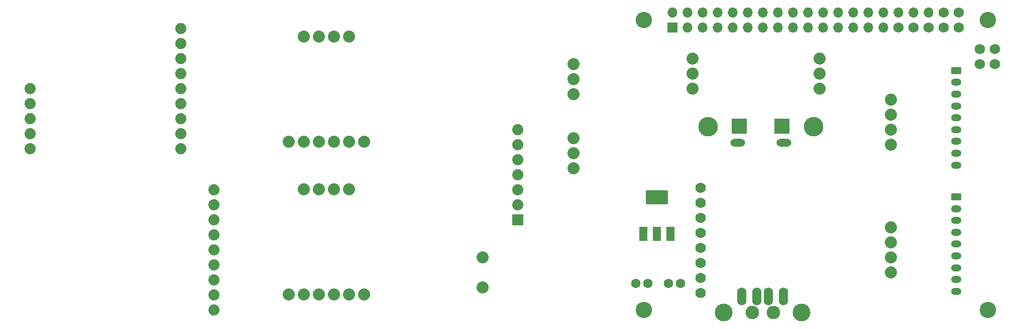
<source format=gbr>
%TF.GenerationSoftware,KiCad,Pcbnew,8.0.6*%
%TF.CreationDate,2025-03-28T16:21:50-05:00*%
%TF.ProjectId,Initial Schematic,496e6974-6961-46c2-9053-6368656d6174,rev?*%
%TF.SameCoordinates,Original*%
%TF.FileFunction,Soldermask,Top*%
%TF.FilePolarity,Negative*%
%FSLAX46Y46*%
G04 Gerber Fmt 4.6, Leading zero omitted, Abs format (unit mm)*
G04 Created by KiCad (PCBNEW 8.0.6) date 2025-03-28 16:21:50*
%MOMM*%
%LPD*%
G01*
G04 APERTURE LIST*
G04 Aperture macros list*
%AMRoundRect*
0 Rectangle with rounded corners*
0 $1 Rounding radius*
0 $2 $3 $4 $5 $6 $7 $8 $9 X,Y pos of 4 corners*
0 Add a 4 corners polygon primitive as box body*
4,1,4,$2,$3,$4,$5,$6,$7,$8,$9,$2,$3,0*
0 Add four circle primitives for the rounded corners*
1,1,$1+$1,$2,$3*
1,1,$1+$1,$4,$5*
1,1,$1+$1,$6,$7*
1,1,$1+$1,$8,$9*
0 Add four rect primitives between the rounded corners*
20,1,$1+$1,$2,$3,$4,$5,0*
20,1,$1+$1,$4,$5,$6,$7,0*
20,1,$1+$1,$6,$7,$8,$9,0*
20,1,$1+$1,$8,$9,$2,$3,0*%
G04 Aperture macros list end*
%ADD10C,1.778000*%
%ADD11C,2.286000*%
%ADD12O,1.559600X3.017600*%
%ADD13C,3.301600*%
%ADD14C,3.001600*%
%ADD15O,2.517600X1.309600*%
%ADD16RoundRect,0.050800X-1.250000X1.250000X-1.250000X-1.250000X1.250000X-1.250000X1.250000X1.250000X0*%
%ADD17C,2.032000*%
%ADD18C,1.600000*%
%ADD19RoundRect,0.250000X-0.625000X0.350000X-0.625000X-0.350000X0.625000X-0.350000X0.625000X0.350000X0*%
%ADD20O,1.750000X1.200000*%
%ADD21C,1.879600*%
%ADD22RoundRect,0.050800X0.889000X0.889000X-0.889000X0.889000X-0.889000X-0.889000X0.889000X-0.889000X0*%
%ADD23C,2.750000*%
%ADD24R,1.700000X1.700000*%
%ADD25O,1.700000X1.700000*%
%ADD26C,1.728000*%
%ADD27RoundRect,0.102000X0.600000X-1.100000X0.600000X1.100000X-0.600000X1.100000X-0.600000X-1.100000X0*%
%ADD28RoundRect,0.102000X1.750000X-1.100000X1.750000X1.100000X-1.750000X1.100000X-1.750000X-1.100000X0*%
G04 APERTURE END LIST*
D10*
%TO.C,Adafruit_Powerboost1*%
X143545777Y-77101320D03*
X143545777Y-79641320D03*
X143545777Y-82181320D03*
X143545777Y-84721320D03*
X143545777Y-87261320D03*
X143545777Y-89801320D03*
X143545777Y-92341320D03*
X143545777Y-94881320D03*
D11*
X152323277Y-98183320D03*
X155823277Y-98183320D03*
D12*
X155023277Y-95473320D03*
X153023277Y-95473320D03*
X157523277Y-95473320D03*
D13*
X162595777Y-66814320D03*
X144815777Y-66814320D03*
D14*
X147453277Y-98183320D03*
X160593277Y-98183320D03*
D15*
X157609777Y-69492320D03*
X149801777Y-69492320D03*
D16*
X157305777Y-66692320D03*
X150105777Y-66692320D03*
D12*
X150523277Y-95473320D03*
%TD*%
D17*
%TO.C,Servo1*%
X163675000Y-60365000D03*
X163675000Y-57825000D03*
X163675000Y-55285000D03*
%TD*%
%TO.C,BNO0551*%
X76690000Y-77395000D03*
X79230000Y-77395000D03*
X81770000Y-77395000D03*
X84310000Y-77395000D03*
X74150000Y-95175000D03*
X76690000Y-95175000D03*
X79230000Y-95175000D03*
X81770000Y-95175000D03*
X84310000Y-95175000D03*
X86850000Y-95175000D03*
%TD*%
D18*
%TO.C,C2*%
X132675000Y-93325000D03*
X134675000Y-93325000D03*
%TD*%
D19*
%TO.C,Terraranger_Evo_LIDAR1*%
X186700000Y-78650000D03*
D20*
X186700000Y-80650000D03*
X186700000Y-82650000D03*
X186700000Y-84650000D03*
X186700000Y-86650000D03*
X186700000Y-88650000D03*
X186700000Y-90650000D03*
X186700000Y-92650000D03*
X186700000Y-94650000D03*
%TD*%
D19*
%TO.C,Terraranger_Evo_LIDAR2*%
X186700000Y-57300000D03*
D20*
X186700000Y-59300000D03*
X186700000Y-61300000D03*
X186700000Y-63300000D03*
X186700000Y-65300000D03*
X186700000Y-67300000D03*
X186700000Y-69300000D03*
X186700000Y-71300000D03*
X186700000Y-73300000D03*
%TD*%
D17*
%TO.C,Servo2*%
X142175000Y-60405000D03*
X142175000Y-57865000D03*
X142175000Y-55325000D03*
%TD*%
D21*
%TO.C,RFM95WLoRaRadio1*%
X55909000Y-70564000D03*
X55909000Y-68024000D03*
X55909000Y-65484000D03*
X55909000Y-62944000D03*
X55909000Y-60404000D03*
X55909000Y-57864000D03*
X55909000Y-55324000D03*
X55909000Y-52784000D03*
X55909000Y-50244000D03*
X30509000Y-70564000D03*
X30509000Y-68024000D03*
X30509000Y-65484000D03*
X30509000Y-62944000D03*
X30509000Y-60404000D03*
%TD*%
D22*
%TO.C,MPL3115A2Barometer1*%
X112770500Y-82570000D03*
D21*
X112770500Y-80030000D03*
X112770500Y-77490000D03*
X112770500Y-74950000D03*
X112770500Y-72410000D03*
X112770500Y-69870000D03*
X112770500Y-67330000D03*
%TD*%
D23*
%TO.C,J1*%
X133960000Y-48794000D03*
X133960000Y-97794000D03*
X191960000Y-48794000D03*
X191960000Y-97794000D03*
D24*
X138810000Y-50044000D03*
D25*
X138810000Y-47504000D03*
X141350000Y-50044000D03*
X141350000Y-47504000D03*
X143890000Y-50044000D03*
X143890000Y-47504000D03*
X146430000Y-50044000D03*
X146430000Y-47504000D03*
X148970000Y-50044000D03*
X148970000Y-47504000D03*
X151510000Y-50044000D03*
X151510000Y-47504000D03*
X154050000Y-50044000D03*
X154050000Y-47504000D03*
X156590000Y-50044000D03*
X156590000Y-47504000D03*
X159130000Y-50044000D03*
X159130000Y-47504000D03*
X161670000Y-50044000D03*
X161670000Y-47504000D03*
X164210000Y-50044000D03*
X164210000Y-47504000D03*
X166750000Y-50044000D03*
X166750000Y-47504000D03*
X169290000Y-50044000D03*
X169290000Y-47504000D03*
X171830000Y-50044000D03*
X171830000Y-47504000D03*
X174370000Y-50044000D03*
X174370000Y-47504000D03*
D26*
X176900000Y-50071000D03*
D25*
X176910000Y-47504000D03*
D26*
X179440000Y-50071000D03*
D25*
X179450000Y-47504000D03*
D26*
X181980000Y-50071000D03*
D25*
X181990000Y-47504000D03*
D26*
X184520000Y-50071000D03*
X184520000Y-47531000D03*
X187060000Y-50071000D03*
X187060000Y-47531000D03*
X193160000Y-56194000D03*
X193160000Y-53654000D03*
X190620000Y-56194000D03*
X190620000Y-53654000D03*
%TD*%
D27*
%TO.C,3.3V Regulator*%
X133875000Y-84925000D03*
X136175000Y-84925000D03*
X138475000Y-84925000D03*
D28*
X136175000Y-78725000D03*
%TD*%
D18*
%TO.C,C1*%
X138175000Y-93325000D03*
X140175000Y-93325000D03*
%TD*%
D21*
%TO.C,PA1616SGPS1*%
X61508000Y-97810000D03*
X61508000Y-95270000D03*
X61508000Y-92730000D03*
X61508000Y-90190000D03*
X61508000Y-87650000D03*
X61508000Y-85110000D03*
X61508000Y-82570000D03*
X61508000Y-80030000D03*
X61508000Y-77490000D03*
%TD*%
D17*
%TO.C,Kill_Switch1*%
X106800000Y-94005000D03*
X106800000Y-88925000D03*
%TD*%
%TO.C,BNO55*%
X76690000Y-51602500D03*
X79230000Y-51602500D03*
X81770000Y-51602500D03*
X84310000Y-51602500D03*
X74150000Y-69382500D03*
X76690000Y-69382500D03*
X79230000Y-69382500D03*
X81770000Y-69382500D03*
X84310000Y-69382500D03*
X86850000Y-69382500D03*
%TD*%
%TO.C,HC-SR04_Ultrasonic1*%
X175675000Y-91445000D03*
X175675000Y-88905000D03*
X175675000Y-86365000D03*
X175675000Y-83825000D03*
%TD*%
%TO.C,Controller1*%
X122175000Y-73825000D03*
X122175000Y-71285000D03*
X122175000Y-68745000D03*
%TD*%
%TO.C,HC-SR04_Ultrasonic2*%
X175675000Y-69825000D03*
X175675000Y-67285000D03*
X175675000Y-64745000D03*
X175675000Y-62205000D03*
%TD*%
%TO.C,Controller2*%
X122175000Y-61325000D03*
X122175000Y-58785000D03*
X122175000Y-56245000D03*
%TD*%
M02*

</source>
